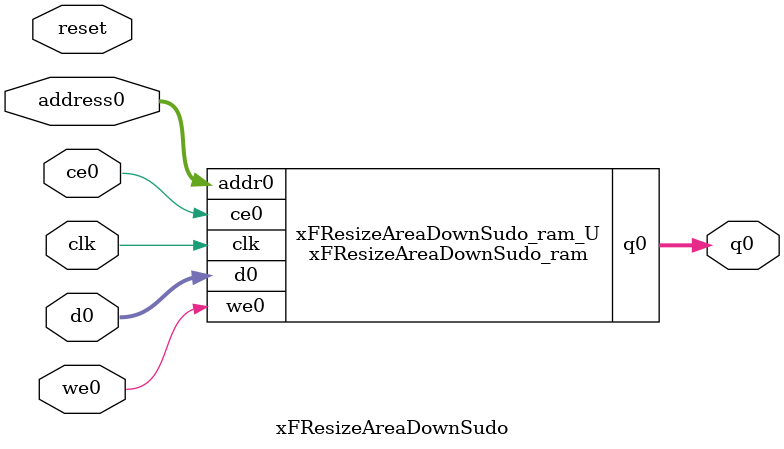
<source format=v>
`timescale 1 ns / 1 ps
module xFResizeAreaDownSudo_ram (addr0, ce0, d0, we0, q0,  clk);

parameter DWIDTH = 14;
parameter AWIDTH = 10;
parameter MEM_SIZE = 640;

input[AWIDTH-1:0] addr0;
input ce0;
input[DWIDTH-1:0] d0;
input we0;
output reg[DWIDTH-1:0] q0;
input clk;

(* ram_style = "block" *)reg [DWIDTH-1:0] ram[0:MEM_SIZE-1];




always @(posedge clk)  
begin 
    if (ce0) 
    begin
        if (we0) 
        begin 
            ram[addr0] <= d0; 
        end 
        q0 <= ram[addr0];
    end
end


endmodule

`timescale 1 ns / 1 ps
module xFResizeAreaDownSudo(
    reset,
    clk,
    address0,
    ce0,
    we0,
    d0,
    q0);

parameter DataWidth = 32'd14;
parameter AddressRange = 32'd640;
parameter AddressWidth = 32'd10;
input reset;
input clk;
input[AddressWidth - 1:0] address0;
input ce0;
input we0;
input[DataWidth - 1:0] d0;
output[DataWidth - 1:0] q0;



xFResizeAreaDownSudo_ram xFResizeAreaDownSudo_ram_U(
    .clk( clk ),
    .addr0( address0 ),
    .ce0( ce0 ),
    .we0( we0 ),
    .d0( d0 ),
    .q0( q0 ));

endmodule


</source>
